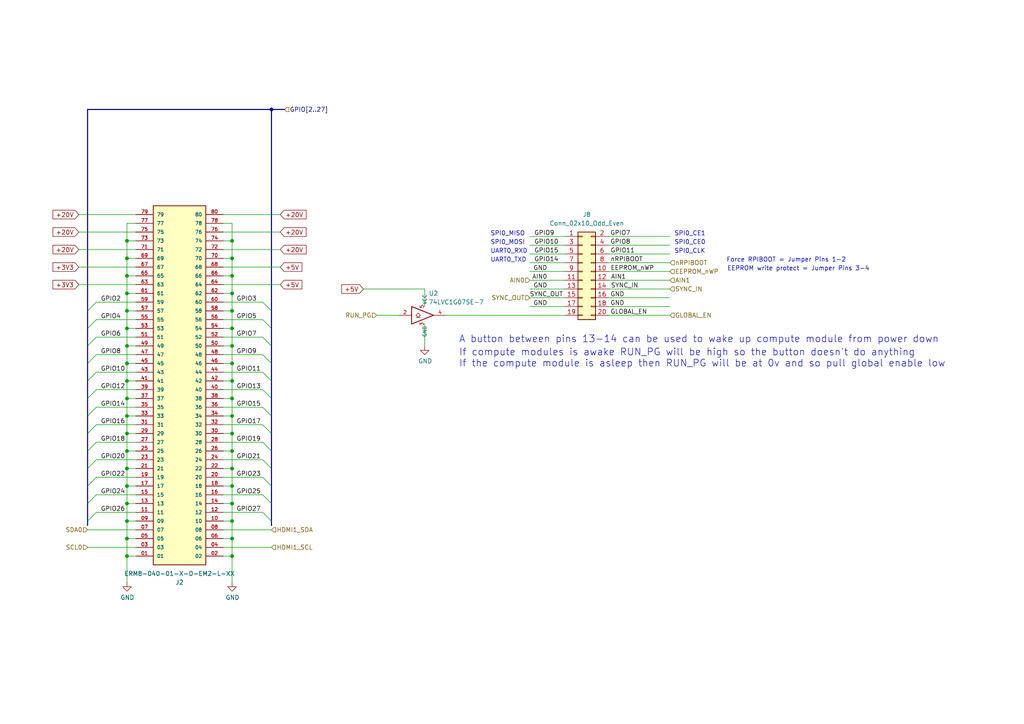
<source format=kicad_sch>
(kicad_sch (version 20230121) (generator eeschema)
  (paper "A4")
  (lib_symbols
    (symbol "CM4IO:74LVC1G07_copy"
      (property "Reference" "U" (at -2.54 3.81 0))
      (property "Value" "74LVC1G07_copy" (at 0 -3.81 0))
      (symbol "74LVC1G07_copy_0_1"
        (polyline (pts (xy -2.54 -0.635) (xy -1.27 -0.635)))
        (polyline (pts (xy -3.81 2.54) (xy -3.81 -2.54) (xy 2.54 0) (xy -3.81 2.54)) (stroke (width 0.254)))
        (polyline (pts (xy -1.905 0.635) (xy -2.54 0) (xy -1.905 -0.635) (xy -1.27 0) (xy -1.905 0.635)))
      )
      (symbol "74LVC1G07_copy_1_1"
        (pin input line (at -7.62 0 0) (length 3.81) (name "~") (number "2"))
        (pin power_in line (at 0 -2.54 270) (length 0) (name "GND") (number "3"))
        (pin open_collector line (at 6.35 0 180) (length 3.81) (name "~") (number "4"))
        (pin power_in line (at 0 2.54 90) (length 0) (name "VCC") (number "5"))
      )
    )
    (symbol "Connector_Generic:Conn_02x10_Odd_Even" (pin_names (offset 1.016) hide)
      (property "Reference" "J" (at 1.27 12.7 0))
      (property "Value" "Conn_02x10_Odd_Even" (at 1.27 -15.24 0))
      (symbol "Conn_02x10_Odd_Even_1_1"
        (rectangle (start -1.27 -12.573) (end 0 -12.827) (stroke (width 0.1524)))
        (rectangle (start -1.27 -10.033) (end 0 -10.287) (stroke (width 0.1524)))
        (rectangle (start -1.27 -7.493) (end 0 -7.747) (stroke (width 0.1524)))
        (rectangle (start -1.27 -4.953) (end 0 -5.207) (stroke (width 0.1524)))
        (rectangle (start -1.27 -2.413) (end 0 -2.667) (stroke (width 0.1524)))
        (rectangle (start -1.27 0.127) (end 0 -0.127) (stroke (width 0.1524)))
        (rectangle (start -1.27 2.667) (end 0 2.413) (stroke (width 0.1524)))
        (rectangle (start -1.27 5.207) (end 0 4.953) (stroke (width 0.1524)))
        (rectangle (start -1.27 7.747) (end 0 7.493) (stroke (width 0.1524)))
        (rectangle (start -1.27 10.287) (end 0 10.033) (stroke (width 0.1524)))
        (rectangle (start -1.27 11.43) (end 3.81 -13.97) (stroke (width 0.254)) (fill (type background)))
        (rectangle (start 3.81 -12.573) (end 2.54 -12.827) (stroke (width 0.1524)))
        (rectangle (start 3.81 -10.033) (end 2.54 -10.287) (stroke (width 0.1524)))
        (rectangle (start 3.81 -7.493) (end 2.54 -7.747) (stroke (width 0.1524)))
        (rectangle (start 3.81 -4.953) (end 2.54 -5.207) (stroke (width 0.1524)))
        (rectangle (start 3.81 -2.413) (end 2.54 -2.667) (stroke (width 0.1524)))
        (rectangle (start 3.81 0.127) (end 2.54 -0.127) (stroke (width 0.1524)))
        (rectangle (start 3.81 2.667) (end 2.54 2.413) (stroke (width 0.1524)))
        (rectangle (start 3.81 5.207) (end 2.54 4.953) (stroke (width 0.1524)))
        (rectangle (start 3.81 7.747) (end 2.54 7.493) (stroke (width 0.1524)))
        (rectangle (start 3.81 10.287) (end 2.54 10.033) (stroke (width 0.1524)))
        (pin passive line (at -5.08 10.16 0) (length 3.81) (name "Pin_1") (number "1"))
        (pin passive line (at 7.62 0 180) (length 3.81) (name "Pin_10") (number "10"))
        (pin passive line (at -5.08 -2.54 0) (length 3.81) (name "Pin_11") (number "11"))
        (pin passive line (at 7.62 -2.54 180) (length 3.81) (name "Pin_12") (number "12"))
        (pin passive line (at -5.08 -5.08 0) (length 3.81) (name "Pin_13") (number "13"))
        (pin passive line (at 7.62 -5.08 180) (length 3.81) (name "Pin_14") (number "14"))
        (pin passive line (at -5.08 -7.62 0) (length 3.81) (name "Pin_15") (number "15"))
        (pin passive line (at 7.62 -7.62 180) (length 3.81) (name "Pin_16") (number "16"))
        (pin passive line (at -5.08 -10.16 0) (length 3.81) (name "Pin_17") (number "17"))
        (pin passive line (at 7.62 -10.16 180) (length 3.81) (name "Pin_18") (number "18"))
        (pin passive line (at -5.08 -12.7 0) (length 3.81) (name "Pin_19") (number "19"))
        (pin passive line (at 7.62 10.16 180) (length 3.81) (name "Pin_2") (number "2"))
        (pin passive line (at 7.62 -12.7 180) (length 3.81) (name "Pin_20") (number "20"))
        (pin passive line (at -5.08 7.62 0) (length 3.81) (name "Pin_3") (number "3"))
        (pin passive line (at 7.62 7.62 180) (length 3.81) (name "Pin_4") (number "4"))
        (pin passive line (at -5.08 5.08 0) (length 3.81) (name "Pin_5") (number "5"))
        (pin passive line (at 7.62 5.08 180) (length 3.81) (name "Pin_6") (number "6"))
        (pin passive line (at -5.08 2.54 0) (length 3.81) (name "Pin_7") (number "7"))
        (pin passive line (at 7.62 2.54 180) (length 3.81) (name "Pin_8") (number "8"))
        (pin passive line (at -5.08 0 0) (length 3.81) (name "Pin_9") (number "9"))
      )
    )
    (symbol "ERM8-040-01-X-D-EM2-L-XX:ERM8-040-01-X-D-EM2-L-XX" (pin_names (offset 1.016))
      (property "Reference" "J" (at -7.62 51.308 0))
      (property "Value" "ERM8-040-01-X-D-EM2-L-XX" (at -7.62 -55.88 0))
      (symbol "ERM8-040-01-X-D-EM2-L-XX_0_0"
        (rectangle (start -7.62 -53.34) (end 7.62 50.8) (stroke (width 0.254)) (fill (type background)))
        (pin passive line (at -12.7 48.26 0) (length 5.08) (name "01") (number "01"))
        (pin passive line (at 12.7 48.26 180) (length 5.08) (name "02") (number "02"))
        (pin passive line (at -12.7 45.72 0) (length 5.08) (name "03") (number "03"))
        (pin passive line (at 12.7 45.72 180) (length 5.08) (name "04") (number "04"))
        (pin passive line (at -12.7 43.18 0) (length 5.08) (name "05") (number "05"))
        (pin passive line (at 12.7 43.18 180) (length 5.08) (name "06") (number "06"))
        (pin passive line (at -12.7 40.64 0) (length 5.08) (name "07") (number "07"))
        (pin passive line (at 12.7 40.64 180) (length 5.08) (name "08") (number "08"))
        (pin passive line (at -12.7 38.1 0) (length 5.08) (name "09") (number "09"))
        (pin passive line (at 12.7 38.1 180) (length 5.08) (name "10") (number "10"))
        (pin passive line (at -12.7 35.56 0) (length 5.08) (name "11") (number "11"))
        (pin passive line (at 12.7 35.56 180) (length 5.08) (name "12") (number "12"))
        (pin passive line (at -12.7 33.02 0) (length 5.08) (name "13") (number "13"))
        (pin passive line (at 12.7 33.02 180) (length 5.08) (name "14") (number "14"))
        (pin passive line (at -12.7 30.48 0) (length 5.08) (name "15") (number "15"))
        (pin passive line (at 12.7 30.48 180) (length 5.08) (name "16") (number "16"))
        (pin passive line (at -12.7 27.94 0) (length 5.08) (name "17") (number "17"))
        (pin passive line (at 12.7 27.94 180) (length 5.08) (name "18") (number "18"))
        (pin passive line (at -12.7 25.4 0) (length 5.08) (name "19") (number "19"))
        (pin passive line (at 12.7 25.4 180) (length 5.08) (name "20") (number "20"))
        (pin passive line (at -12.7 22.86 0) (length 5.08) (name "21") (number "21"))
        (pin passive line (at 12.7 22.86 180) (length 5.08) (name "22") (number "22"))
        (pin passive line (at -12.7 20.32 0) (length 5.08) (name "23") (number "23"))
        (pin passive line (at 12.7 20.32 180) (length 5.08) (name "24") (number "24"))
        (pin passive line (at -12.7 17.78 0) (length 5.08) (name "25") (number "25"))
        (pin passive line (at 12.7 17.78 180) (length 5.08) (name "26") (number "26"))
        (pin passive line (at -12.7 15.24 0) (length 5.08) (name "27") (number "27"))
        (pin passive line (at 12.7 15.24 180) (length 5.08) (name "28") (number "28"))
        (pin passive line (at -12.7 12.7 0) (length 5.08) (name "29") (number "29"))
        (pin passive line (at 12.7 12.7 180) (length 5.08) (name "30") (number "30"))
        (pin passive line (at -12.7 10.16 0) (length 5.08) (name "31") (number "31"))
        (pin passive line (at 12.7 10.16 180) (length 5.08) (name "32") (number "32"))
        (pin passive line (at -12.7 7.62 0) (length 5.08) (name "33") (number "33"))
        (pin passive line (at 12.7 7.62 180) (length 5.08) (name "34") (number "34"))
        (pin passive line (at -12.7 5.08 0) (length 5.08) (name "35") (number "35"))
        (pin passive line (at 12.7 5.08 180) (length 5.08) (name "36") (number "36"))
        (pin passive line (at -12.7 2.54 0) (length 5.08) (name "37") (number "37"))
        (pin passive line (at 12.7 2.54 180) (length 5.08) (name "38") (number "38"))
        (pin passive line (at -12.7 0 0) (length 5.08) (name "39") (number "39"))
        (pin passive line (at 12.7 0 180) (length 5.08) (name "40") (number "40"))
        (pin passive line (at -12.7 -2.54 0) (length 5.08) (name "41") (number "41"))
        (pin passive line (at 12.7 -2.54 180) (length 5.08) (name "42") (number "42"))
        (pin passive line (at -12.7 -5.08 0) (length 5.08) (name "43") (number "43"))
        (pin passive line (at 12.7 -5.08 180) (length 5.08) (name "44") (number "44"))
        (pin passive line (at -12.7 -7.62 0) (length 5.08) (name "45") (number "45"))
        (pin passive line (at 12.7 -7.62 180) (length 5.08) (name "46") (number "46"))
        (pin passive line (at -12.7 -10.16 0) (length 5.08) (name "47") (number "47"))
        (pin passive line (at 12.7 -10.16 180) (length 5.08) (name "48") (number "48"))
        (pin passive line (at -12.7 -12.7 0) (length 5.08) (name "49") (number "49"))
        (pin passive line (at 12.7 -12.7 180) (length 5.08) (name "50") (number "50"))
        (pin passive line (at -12.7 -15.24 0) (length 5.08) (name "51") (number "51"))
        (pin passive line (at 12.7 -15.24 180) (length 5.08) (name "52") (number "52"))
        (pin passive line (at -12.7 -17.78 0) (length 5.08) (name "53") (number "53"))
        (pin passive line (at 12.7 -17.78 180) (length 5.08) (name "54") (number "54"))
        (pin passive line (at -12.7 -20.32 0) (length 5.08) (name "55") (number "55"))
        (pin passive line (at 12.7 -20.32 180) (length 5.08) (name "56") (number "56"))
        (pin passive line (at -12.7 -22.86 0) (length 5.08) (name "57") (number "57"))
        (pin passive line (at 12.7 -22.86 180) (length 5.08) (name "58") (number "58"))
        (pin passive line (at -12.7 -25.4 0) (length 5.08) (name "59") (number "59"))
        (pin passive line (at 12.7 -25.4 180) (length 5.08) (name "60") (number "60"))
        (pin passive line (at -12.7 -27.94 0) (length 5.08) (name "61") (number "61"))
        (pin passive line (at 12.7 -27.94 180) (length 5.08) (name "62") (number "62"))
        (pin passive line (at -12.7 -30.48 0) (length 5.08) (name "63") (number "63"))
        (pin passive line (at 12.7 -30.48 180) (length 5.08) (name "64") (number "64"))
        (pin passive line (at -12.7 -33.02 0) (length 5.08) (name "65") (number "65"))
        (pin passive line (at 12.7 -33.02 180) (length 5.08) (name "66") (number "66"))
        (pin passive line (at -12.7 -35.56 0) (length 5.08) (name "67") (number "67"))
        (pin passive line (at 12.7 -35.56 180) (length 5.08) (name "68") (number "68"))
        (pin passive line (at -12.7 -38.1 0) (length 5.08) (name "69") (number "69"))
        (pin passive line (at 12.7 -38.1 180) (length 5.08) (name "70") (number "70"))
        (pin passive line (at -12.7 -40.64 0) (length 5.08) (name "71") (number "71"))
        (pin passive line (at 12.7 -40.64 180) (length 5.08) (name "72") (number "72"))
        (pin passive line (at -12.7 -43.18 0) (length 5.08) (name "73") (number "73"))
        (pin passive line (at 12.7 -43.18 180) (length 5.08) (name "74") (number "74"))
        (pin passive line (at -12.7 -45.72 0) (length 5.08) (name "75") (number "75"))
        (pin passive line (at 12.7 -45.72 180) (length 5.08) (name "76") (number "76"))
        (pin passive line (at -12.7 -48.26 0) (length 5.08) (name "77") (number "77"))
        (pin passive line (at 12.7 -48.26 180) (length 5.08) (name "78") (number "78"))
        (pin passive line (at -12.7 -50.8 0) (length 5.08) (name "79") (number "79"))
        (pin passive line (at 12.7 -50.8 180) (length 5.08) (name "80") (number "80"))
      )
    )
    (symbol "power:GND" (power) (pin_names (offset 0))
      (property "Value" "GND" (at 0 -3.81 0))
      (symbol "GND_0_1"
        (polyline (pts (xy 0 0) (xy 0 -1.27) (xy 1.27 -1.27) (xy 0 -2.54) (xy -1.27 -1.27) (xy 0 -1.27)))
      )
      (symbol "GND_1_1"
        (pin power_in line (at 0 0 270) (length 0) hide (name "GND") (number "1"))
      )
    )
  )
  (junction (at 67.31 140.97))
  (junction (at 36.83 80.01))
  (junction (at 36.83 105.41))
  (junction (at 36.83 161.29))
  (junction (at 67.31 146.05))
  (junction (at 67.31 85.09))
  (junction (at 67.31 105.41))
  (junction (at 36.83 69.85))
  (junction (at 36.83 100.33))
  (junction (at 67.31 120.65))
  (junction (at 36.83 130.81))
  (junction (at 67.31 130.81))
  (junction (at 36.83 85.09))
  (junction (at 36.83 135.89))
  (junction (at 67.31 95.25))
  (junction (at 36.83 120.65))
  (junction (at 67.31 115.57))
  (junction (at 36.83 95.25))
  (junction (at 36.83 156.21))
  (junction (at 67.31 156.21))
  (junction (at 67.31 74.93))
  (junction (at 36.83 110.49))
  (junction (at 36.83 125.73))
  (junction (at 67.31 161.29))
  (junction (at 67.31 90.17))
  (junction (at 36.83 140.97))
  (junction (at 67.31 125.73))
  (junction (at 36.83 74.93))
  (junction (at 36.83 146.05))
  (junction (at 78.74 31.75))
  (junction (at 67.31 80.01))
  (junction (at 67.31 110.49))
  (junction (at 36.83 151.13))
  (junction (at 67.31 100.33))
  (junction (at 36.83 115.57))
  (junction (at 67.31 151.13))
  (junction (at 67.31 69.85))
  (junction (at 36.83 90.17))
  (junction (at 67.31 135.89))
  (bus_entry (at 76.2 133.35) (size 2.54 2.54))
  (bus_entry (at 25.4 105.41) (size 2.54 -2.54))
  (bus_entry (at 25.4 95.25) (size 2.54 -2.54))
  (bus_entry (at 76.2 97.79) (size 2.54 2.54))
  (bus_entry (at 25.4 135.89) (size 2.54 -2.54))
  (bus_entry (at 76.2 102.87) (size 2.54 2.54))
  (bus_entry (at 76.2 118.11) (size 2.54 2.54))
  (bus_entry (at 25.4 115.57) (size 2.54 -2.54))
  (bus_entry (at 25.4 146.05) (size 2.54 -2.54))
  (bus_entry (at 25.4 100.33) (size 2.54 -2.54))
  (bus_entry (at 25.4 140.97) (size 2.54 -2.54))
  (bus_entry (at 25.4 110.49) (size 2.54 -2.54))
  (bus_entry (at 76.2 87.63) (size 2.54 2.54))
  (bus_entry (at 76.2 107.95) (size 2.54 2.54))
  (bus_entry (at 25.4 120.65) (size 2.54 -2.54))
  (bus_entry (at 76.2 128.27) (size 2.54 2.54))
  (bus_entry (at 76.2 113.03) (size 2.54 2.54))
  (bus_entry (at 76.2 123.19) (size 2.54 2.54))
  (bus_entry (at 76.2 143.51) (size 2.54 2.54))
  (bus_entry (at 76.2 138.43) (size 2.54 2.54))
  (bus_entry (at 25.4 130.81) (size 2.54 -2.54))
  (bus_entry (at 25.4 125.73) (size 2.54 -2.54))
  (bus_entry (at 76.2 92.71) (size 2.54 2.54))
  (bus_entry (at 25.4 151.13) (size 2.54 -2.54))
  (bus_entry (at 25.4 90.17) (size 2.54 -2.54))
  (bus_entry (at 76.2 148.59) (size 2.54 2.54))
  (wire (pts (xy 67.31 90.17) (xy 67.31 95.25)))
  (wire (pts (xy 64.77 69.85) (xy 67.31 69.85)))
  (wire (pts (xy 22.86 67.31) (xy 39.37 67.31)))
  (bus (pts (xy 25.4 130.81) (xy 25.4 125.73)))
  (bus (pts (xy 25.4 151.13) (xy 25.4 146.05)))
  (wire (pts (xy 36.83 115.57) (xy 36.83 110.49)))
  (wire (pts (xy 36.83 100.33) (xy 39.37 100.33)))
  (bus (pts (xy 78.74 105.41) (xy 78.74 110.49)))
  (wire (pts (xy 36.83 161.29) (xy 36.83 168.91)))
  (wire (pts (xy 123.19 83.82) (xy 123.19 88.9)))
  (wire (pts (xy 176.53 73.66) (xy 194.31 73.66)))
  (wire (pts (xy 64.77 156.21) (xy 67.31 156.21)))
  (wire (pts (xy 64.77 102.87) (xy 76.2 102.87)))
  (wire (pts (xy 36.83 135.89) (xy 39.37 135.89)))
  (wire (pts (xy 64.77 143.51) (xy 76.2 143.51)))
  (wire (pts (xy 64.77 118.11) (xy 76.2 118.11)))
  (wire (pts (xy 27.94 128.27) (xy 39.37 128.27)))
  (bus (pts (xy 78.74 135.89) (xy 78.74 140.97)))
  (wire (pts (xy 36.83 130.81) (xy 39.37 130.81)))
  (wire (pts (xy 25.4 158.75) (xy 39.37 158.75)))
  (wire (pts (xy 64.77 64.77) (xy 67.31 64.77)))
  (wire (pts (xy 67.31 146.05) (xy 67.31 151.13)))
  (bus (pts (xy 78.74 146.05) (xy 78.74 151.13)))
  (wire (pts (xy 36.83 100.33) (xy 36.83 95.25)))
  (wire (pts (xy 64.77 120.65) (xy 67.31 120.65)))
  (wire (pts (xy 176.53 83.82) (xy 194.31 83.82)))
  (wire (pts (xy 36.83 90.17) (xy 39.37 90.17)))
  (wire (pts (xy 27.94 92.71) (xy 39.37 92.71)))
  (wire (pts (xy 64.77 138.43) (xy 76.2 138.43)))
  (wire (pts (xy 36.83 90.17) (xy 36.83 85.09)))
  (wire (pts (xy 153.67 78.74) (xy 163.83 78.74)))
  (wire (pts (xy 67.31 95.25) (xy 67.31 100.33)))
  (wire (pts (xy 153.67 71.12) (xy 163.83 71.12)))
  (bus (pts (xy 25.4 105.41) (xy 25.4 100.33)))
  (wire (pts (xy 36.83 151.13) (xy 39.37 151.13)))
  (bus (pts (xy 25.4 95.25) (xy 25.4 90.17)))
  (wire (pts (xy 64.77 87.63) (xy 76.2 87.63)))
  (wire (pts (xy 67.31 74.93) (xy 67.31 80.01)))
  (wire (pts (xy 64.77 100.33) (xy 67.31 100.33)))
  (wire (pts (xy 67.31 64.77) (xy 67.31 69.85)))
  (wire (pts (xy 64.77 105.41) (xy 67.31 105.41)))
  (bus (pts (xy 25.4 135.89) (xy 25.4 130.81)))
  (bus (pts (xy 78.74 115.57) (xy 78.74 120.65)))
  (wire (pts (xy 67.31 80.01) (xy 67.31 85.09)))
  (wire (pts (xy 27.94 97.79) (xy 39.37 97.79)))
  (wire (pts (xy 153.67 68.58) (xy 163.83 68.58)))
  (wire (pts (xy 36.83 74.93) (xy 39.37 74.93)))
  (wire (pts (xy 67.31 161.29) (xy 67.31 168.91)))
  (wire (pts (xy 64.77 140.97) (xy 67.31 140.97)))
  (bus (pts (xy 25.4 115.57) (xy 25.4 110.49)))
  (wire (pts (xy 67.31 146.05) (xy 67.31 140.97)))
  (wire (pts (xy 176.53 68.58) (xy 194.31 68.58)))
  (wire (pts (xy 153.67 81.28) (xy 163.83 81.28)))
  (wire (pts (xy 67.31 130.81) (xy 67.31 125.73)))
  (wire (pts (xy 64.77 161.29) (xy 67.31 161.29)))
  (wire (pts (xy 36.83 85.09) (xy 36.83 80.01)))
  (wire (pts (xy 64.77 107.95) (xy 76.2 107.95)))
  (wire (pts (xy 22.86 62.23) (xy 39.37 62.23)))
  (wire (pts (xy 67.31 85.09) (xy 67.31 90.17)))
  (wire (pts (xy 64.77 110.49) (xy 67.31 110.49)))
  (wire (pts (xy 27.94 107.95) (xy 39.37 107.95)))
  (wire (pts (xy 64.77 77.47) (xy 81.28 77.47)))
  (wire (pts (xy 36.83 69.85) (xy 39.37 69.85)))
  (wire (pts (xy 36.83 85.09) (xy 39.37 85.09)))
  (wire (pts (xy 36.83 115.57) (xy 39.37 115.57)))
  (wire (pts (xy 176.53 78.74) (xy 194.31 78.74)))
  (wire (pts (xy 36.83 156.21) (xy 36.83 151.13)))
  (bus (pts (xy 25.4 146.05) (xy 25.4 140.97)))
  (wire (pts (xy 153.67 88.9) (xy 163.83 88.9)))
  (wire (pts (xy 105.41 83.82) (xy 123.19 83.82)))
  (bus (pts (xy 78.74 140.97) (xy 78.74 146.05)))
  (wire (pts (xy 36.83 95.25) (xy 39.37 95.25)))
  (bus (pts (xy 25.4 31.75) (xy 78.74 31.75)))
  (wire (pts (xy 64.77 62.23) (xy 81.28 62.23)))
  (wire (pts (xy 64.77 125.73) (xy 67.31 125.73)))
  (wire (pts (xy 64.77 97.79) (xy 76.2 97.79)))
  (wire (pts (xy 64.77 74.93) (xy 67.31 74.93)))
  (bus (pts (xy 78.74 151.13) (xy 78.74 152.4)))
  (wire (pts (xy 64.77 123.19) (xy 76.2 123.19)))
  (wire (pts (xy 36.83 135.89) (xy 36.83 130.81)))
  (wire (pts (xy 153.416 86.36) (xy 163.83 86.36)))
  (wire (pts (xy 67.31 120.65) (xy 67.31 125.73)))
  (wire (pts (xy 64.77 113.03) (xy 76.2 113.03)))
  (wire (pts (xy 36.83 140.97) (xy 39.37 140.97)))
  (wire (pts (xy 67.31 110.49) (xy 67.31 105.41)))
  (bus (pts (xy 78.74 130.81) (xy 78.74 135.89)))
  (wire (pts (xy 36.83 125.73) (xy 36.83 120.65)))
  (bus (pts (xy 78.74 120.65) (xy 78.74 125.73)))
  (bus (pts (xy 25.4 120.65) (xy 25.4 115.57)))
  (wire (pts (xy 176.53 76.2) (xy 194.31 76.2)))
  (wire (pts (xy 36.83 140.97) (xy 36.83 135.89)))
  (bus (pts (xy 78.74 125.73) (xy 78.74 130.81)))
  (wire (pts (xy 67.31 115.57) (xy 67.31 110.49)))
  (wire (pts (xy 36.83 156.21) (xy 39.37 156.21)))
  (wire (pts (xy 64.77 153.67) (xy 78.74 153.67)))
  (wire (pts (xy 36.83 161.29) (xy 39.37 161.29)))
  (wire (pts (xy 27.94 138.43) (xy 39.37 138.43)))
  (wire (pts (xy 67.31 161.29) (xy 67.31 156.21)))
  (wire (pts (xy 67.31 69.85) (xy 67.31 74.93)))
  (wire (pts (xy 36.83 130.81) (xy 36.83 125.73)))
  (wire (pts (xy 176.53 88.9) (xy 194.31 88.9)))
  (bus (pts (xy 78.74 31.75) (xy 82.55 31.75)))
  (wire (pts (xy 64.77 90.17) (xy 67.31 90.17)))
  (bus (pts (xy 78.74 95.25) (xy 78.74 100.33)))
  (wire (pts (xy 176.53 71.12) (xy 194.31 71.12)))
  (wire (pts (xy 64.77 72.39) (xy 81.28 72.39)))
  (bus (pts (xy 25.4 31.75) (xy 25.4 90.17)))
  (wire (pts (xy 36.83 146.05) (xy 39.37 146.05)))
  (bus (pts (xy 78.74 31.75) (xy 78.74 90.17)))
  (bus (pts (xy 25.4 110.49) (xy 25.4 105.41)))
  (wire (pts (xy 36.83 105.41) (xy 39.37 105.41)))
  (wire (pts (xy 36.83 69.85) (xy 36.83 64.77)))
  (wire (pts (xy 27.94 123.19) (xy 39.37 123.19)))
  (wire (pts (xy 64.77 67.31) (xy 81.28 67.31)))
  (wire (pts (xy 64.77 146.05) (xy 67.31 146.05)))
  (bus (pts (xy 78.74 110.49) (xy 78.74 115.57)))
  (wire (pts (xy 36.83 146.05) (xy 36.83 140.97)))
  (bus (pts (xy 25.4 151.13) (xy 25.4 152.4)))
  (bus (pts (xy 78.74 90.17) (xy 78.74 95.25)))
  (wire (pts (xy 22.86 77.47) (xy 39.37 77.47)))
  (bus (pts (xy 78.74 100.33) (xy 78.74 105.41)))
  (wire (pts (xy 67.31 85.09) (xy 64.77 85.09)))
  (wire (pts (xy 153.67 73.66) (xy 163.83 73.66)))
  (bus (pts (xy 25.4 100.33) (xy 25.4 95.25)))
  (wire (pts (xy 36.83 161.29) (xy 36.83 156.21)))
  (wire (pts (xy 64.77 135.89) (xy 67.31 135.89)))
  (wire (pts (xy 64.77 151.13) (xy 67.31 151.13)))
  (wire (pts (xy 36.83 105.41) (xy 36.83 100.33)))
  (wire (pts (xy 36.83 64.77) (xy 39.37 64.77)))
  (wire (pts (xy 36.83 110.49) (xy 36.83 105.41)))
  (wire (pts (xy 176.53 81.28) (xy 194.31 81.28)))
  (wire (pts (xy 22.86 72.39) (xy 39.37 72.39)))
  (wire (pts (xy 36.83 110.49) (xy 39.37 110.49)))
  (wire (pts (xy 64.77 82.55) (xy 81.28 82.55)))
  (wire (pts (xy 64.77 128.27) (xy 76.2 128.27)))
  (wire (pts (xy 64.77 133.35) (xy 76.2 133.35)))
  (bus (pts (xy 25.4 125.73) (xy 25.4 120.65)))
  (wire (pts (xy 36.83 74.93) (xy 36.83 69.85)))
  (wire (pts (xy 27.94 87.63) (xy 39.37 87.63)))
  (wire (pts (xy 36.83 120.65) (xy 36.83 115.57)))
  (wire (pts (xy 64.77 148.59) (xy 76.2 148.59)))
  (wire (pts (xy 67.31 100.33) (xy 67.31 105.41)))
  (wire (pts (xy 27.94 143.51) (xy 39.37 143.51)))
  (wire (pts (xy 27.94 113.03) (xy 39.37 113.03)))
  (wire (pts (xy 27.94 133.35) (xy 39.37 133.35)))
  (wire (pts (xy 27.94 148.59) (xy 39.37 148.59)))
  (wire (pts (xy 64.77 130.81) (xy 67.31 130.81)))
  (bus (pts (xy 25.4 140.97) (xy 25.4 135.89)))
  (wire (pts (xy 129.54 91.44) (xy 163.83 91.44)))
  (wire (pts (xy 64.77 95.25) (xy 67.31 95.25)))
  (wire (pts (xy 67.31 135.89) (xy 67.31 130.81)))
  (wire (pts (xy 109.22 91.44) (xy 115.57 91.44)))
  (wire (pts (xy 176.53 91.44) (xy 194.31 91.44)))
  (wire (pts (xy 27.94 118.11) (xy 39.37 118.11)))
  (wire (pts (xy 36.83 151.13) (xy 36.83 146.05)))
  (wire (pts (xy 64.77 92.71) (xy 76.2 92.71)))
  (wire (pts (xy 36.83 125.73) (xy 39.37 125.73)))
  (wire (pts (xy 22.86 82.55) (xy 39.37 82.55)))
  (wire (pts (xy 176.53 86.36) (xy 194.31 86.36)))
  (wire (pts (xy 67.31 156.21) (xy 67.31 151.13)))
  (wire (pts (xy 27.94 102.87) (xy 39.37 102.87)))
  (wire (pts (xy 67.31 135.89) (xy 67.31 140.97)))
  (wire (pts (xy 36.83 80.01) (xy 36.83 74.93)))
  (wire (pts (xy 153.67 83.82) (xy 163.83 83.82)))
  (wire (pts (xy 64.77 115.57) (xy 67.31 115.57)))
  (wire (pts (xy 64.77 80.01) (xy 67.31 80.01)))
  (wire (pts (xy 36.83 120.65) (xy 39.37 120.65)))
  (wire (pts (xy 64.77 158.75) (xy 78.74 158.75)))
  (wire (pts (xy 123.19 93.98) (xy 123.19 100.33)))
  (wire (pts (xy 36.83 80.01) (xy 39.37 80.01)))
  (wire (pts (xy 36.83 95.25) (xy 36.83 90.17)))
  (wire (pts (xy 25.4 153.67) (xy 39.37 153.67)))
  (wire (pts (xy 153.67 76.2) (xy 163.83 76.2)))
  (wire (pts (xy 67.31 115.57) (xy 67.31 120.65)))
  (text "SPI0_CE0" (at 195.58 71.12 0) (effects (font (size 1.27 1.27)) (justify left bottom)))
  (text "SPI0_MISO" (at 142.24 68.58 0) (effects (font (size 1.27 1.27)) (justify left bottom)))
  (text "SPI0_CLK" (at 195.58 73.66 0) (effects (font (size 1.27 1.27)) (justify left bottom)))
  (text "UART0_TXD" (at 142.24 76.2 0) (effects (font (size 1.27 1.27)) (justify left bottom)))
  (text "EEPROM write protect = Jumper Pins 3-4\n\n" (at 252.222 80.772 0) (effects (font (size 1.27 1.27)) (justify right bottom)))
  (text "If compute modules is awake RUN_PG will be high so the button doesn't do anything\nIf the compute module is asleep then RUN_PG will be at 0v and so pull global enable low" (at 133.096 106.68 0) (effects (font (size 2.007 2.007)) (justify left bottom)))
  (text "UART0_RXD" (at 142.24 73.66 0) (effects (font (size 1.27 1.27)) (justify left bottom)))
  (text "SPI0_MOSI" (at 142.24 71.12 0) (effects (font (size 1.27 1.27)) (justify left bottom)))
  (text "SPI0_CE1" (at 195.58 68.58 0) (effects (font (size 1.27 1.27)) (justify left bottom)))
  (text "Force RPIBOOT = Jumper Pins 1-2 \n" (at 246.38 76.2 0) (effects (font (size 1.27 1.27)) (justify right bottom)))
  (text "A button between pins 13-14 can be used to wake up compute module from power down\n\n" (at 133.096 102.87 0) (effects (font (size 2.007 2.007)) (justify left bottom)))
  (label "GPIO26" (at 29.21 148.59 0))
  (label "AIN0" (at 158.75 81.28 180))
  (label "GND" (at 181.102 86.36 180))
  (label "GPIO24" (at 29.21 143.51 0))
  (label "GPIO2" (at 29.21 87.63 0))
  (label "GPIO13" (at 68.58 113.03 0))
  (label "GPIO10" (at 29.21 107.95 0))
  (label "GPIO7" (at 68.58 97.79 0))
  (label "GPIO16" (at 29.21 123.19 0))
  (label "GPIO9" (at 68.58 102.87 0))
  (label "AIN1" (at 181.61 81.28 180))
  (label "GPIO6" (at 29.21 97.79 0))
  (label "GLOBAL_EN" (at 187.706 91.44 180))
  (label "GPIO23" (at 68.58 138.43 0))
  (label "GPIO19" (at 68.58 128.27 0))
  (label "GPIO17" (at 68.58 123.19 0))
  (label "GPIO15" (at 154.94 73.66 0))
  (label "GND" (at 158.75 78.74 180))
  (label "GPIO8" (at 29.21 102.87 0))
  (label "GPIO14" (at 29.21 118.11 0))
  (label "GPIO11" (at 68.58 107.95 0))
  (label "GPIO11" (at 184.15 73.66 180))
  (label "GPIO9" (at 154.94 68.58 0))
  (label "GPIO22" (at 29.21 138.43 0))
  (label "GPIO5" (at 68.58 92.71 0))
  (label "GPIO21" (at 68.58 133.35 0))
  (label "GPIO4" (at 29.21 92.71 0))
  (label "GPIO15" (at 68.58 118.11 0))
  (label "GPIO20" (at 29.21 133.35 0))
  (label "SYNC_OUT" (at 163.322 86.36 180))
  (label "GPIO27" (at 68.58 148.59 0))
  (label "SYNC_IN" (at 185.166 83.82 180))
  (label "GND" (at 181.102 88.9 180))
  (label "EEPROM_nWP" (at 189.738 78.74 180))
  (label "GPIO7" (at 182.88 68.58 180))
  (label "GPIO3" (at 68.58 87.63 0))
  (label "GPIO25" (at 68.58 143.51 0))
  (label "GND" (at 158.75 88.9 180))
  (label "GND" (at 158.75 83.82 180))
  (label "nRPIBOOT" (at 186.436 76.2 180))
  (label "GPIO12" (at 29.21 113.03 0))
  (label "GPIO10" (at 154.94 71.12 0))
  (label "GPIO18" (at 29.21 128.27 0))
  (label "GPIO8" (at 182.88 71.12 180))
  (label "GPIO14" (at 154.94 76.2 0))
  (global_label "+20V" (shape input) (at 22.86 62.23 180) (property "Intersheetrefs" "${INTERSHEET_REFS}" (effects hide)))
  (global_label "+20V" (shape input) (at 81.28 62.23 0) (property "Intersheetrefs" "${INTERSHEET_REFS}" (effects hide)))
  (global_label "+3V3" (shape input) (at 22.86 77.47 180) (property "Intersheetrefs" "${INTERSHEET_REFS}" (effects hide)))
  (global_label "+5V" (shape input) (at 81.28 77.47 0) (property "Intersheetrefs" "${INTERSHEET_REFS}" (effects hide)))
  (global_label "+3V3" (shape input) (at 22.86 82.55 180) (property "Intersheetrefs" "${INTERSHEET_REFS}" (effects hide)))
  (global_label "+5V" (shape input) (at 81.28 82.55 0) (property "Intersheetrefs" "${INTERSHEET_REFS}" (effects hide)))
  (global_label "+20V" (shape input) (at 22.86 72.39 180) (property "Intersheetrefs" "${INTERSHEET_REFS}" (effects hide)))
  (global_label "+20V" (shape input) (at 22.86 67.31 180) (property "Intersheetrefs" "${INTERSHEET_REFS}" (effects hide)))
  (global_label "+20V" (shape input) (at 81.28 67.31 0) (property "Intersheetrefs" "${INTERSHEET_REFS}" (effects hide)))
  (global_label "+5V" (shape input) (at 105.41 83.82 180) (property "Intersheetrefs" "${INTERSHEET_REFS}" (effects hide)))
  (global_label "+20V" (shape input) (at 81.28 72.39 0) (property "Intersheetrefs" "${INTERSHEET_REFS}" (effects hide)))
  (hierarchical_label "AIN0" (shape input) (at 153.67 81.28 180))
  (hierarchical_label "HDMI1_SCL" (shape input) (at 78.74 158.75 0))
  (hierarchical_label "GPIO[2..27]" (shape input) (at 82.55 31.75 0))
  (hierarchical_label "SCL0" (shape input) (at 25.4 158.75 180))
  (hierarchical_label "SYNC_IN" (shape input) (at 194.31 83.82 0))
  (hierarchical_label "SDA0" (shape input) (at 25.4 153.67 180))
  (hierarchical_label "EEPROM_nWP" (shape input) (at 194.31 78.74 0))
  (hierarchical_label "AIN1" (shape input) (at 194.31 81.28 0))
  (hierarchical_label "SYNC_OUT" (shape input) (at 153.67 86.36 180))
  (hierarchical_label "GLOBAL_EN" (shape input) (at 194.31 91.44 0))
  (hierarchical_label "HDMI1_SDA" (shape input) (at 78.74 153.67 0))
  (hierarchical_label "RUN_PG" (shape input) (at 109.22 91.44 180))
  (hierarchical_label "nRPIBOOT" (shape input) (at 194.31 76.2 0))
  (symbol (lib_id "Connector_Generic:Conn_02x10_Odd_Even") (at 168.91 78.74 0) (unit 1)
    (property "Reference" "J8" (at 170.18 62.23 0))
    (property "Value" "Conn_02x10_Odd_Even" (at 170.18 64.77 0))
    (property "Footprint" "Connector_IDC:IDC-Header_2x10_P2.54mm_Vertical" (effects hide))
  )
  (symbol (lib_id "CM4IO:74LVC1G07_copy") (at 123.19 91.44 0) (unit 1)
    (property "Reference" "U2" (at 125.73 85.09 0))
    (property "Value" "74LVC1G07SE-7" (at 132.334 87.63 0))
    (property "Footprint" "Package_TO_SOT_SMD:SOT-353_SC-70-5" (effects hide))
    (property "Datasheet" "https://www.diodes.com/assets/Datasheets/74LVC1G07.pdf" (effects hide))
    (property "Field4" "Farnell" (effects hide))
    (property "Field5" "2425492" (effects hide))
    (property "Field6" "74LVC1G07SE-7" (effects hide))
    (property "Field7" "Diodes" (effects hide))
    (property "Part Description" "Buffer, Non-Inverting 1 Element 1 Bit per Element Open Drain Output SOT-353" (effects hide))
    (instances (project "rpi-cm4-base-carrier" (path "" (reference "U2") (unit 1))) (project "CM4IOv5" (path "" (reference "U9") (unit 1))))
  )
  (symbol (lib_id "power:GND") (at 36.83 168.91 0) (unit 1)
    (property "Reference" "#PWR022" (effects hide))
    (property "Value" "GND" (at 36.957 173.3042 0))
    (instances (project "rpi-cm4-base-carrier" (path "" (reference "#PWR022") (unit 1)) (path "" (reference "#PWR056") (unit 1))) (project "CM4IOv5" (path "" (reference "#PWR0108") (unit 1))))
  )
  (symbol (lib_id "ERM8-040-01-X-D-EM2-L-XX:ERM8-040-01-X-D-EM2-L-XX") (at 52.07 113.03 0) (mirror x) (unit 1)
    (property "Reference" "J2" (at 52.07 168.91 0))
    (property "Value" "ERM8-040-01-X-D-EM2-L-XX" (at 52.07 166.37 0))
    (property "Footprint" "ERM8-040-01-L-D-EM2-L-TR:SAMTEC_ERM8-040-01-X-D-EM2-L-XX" (effects hide))
    (property "PARTREV" "F" (effects hide))
    (property "MANUFACTURER" "Samtec" (effects hide))
    (property "MAXIMUM_PACKAGE_HEIGHT" "2.8 mm" (effects hide))
    (property "STANDARD" "Manufacturer Recommendations" (effects hide))
  )
  (symbol (lib_id "power:GND") (at 67.31 168.91 0) (unit 1)
    (property "Reference" "#PWR022" (effects hide))
    (property "Value" "GND" (at 67.437 173.3042 0))
    (instances (project "rpi-cm4-base-carrier" (path "" (reference "#PWR022") (unit 1)) (path "" (reference "#PWR012") (unit 1))) (project "CM4IOv5" (path "" (reference "#PWR0108") (unit 1))))
  )
  (symbol (lib_id "power:GND") (at 123.19 100.33 0) (unit 1)
    (property "Reference" "#PWR057" (effects hide))
    (property "Value" "GND" (at 123.317 104.7242 0))
    (instances (project "rpi-cm4-base-carrier" (path "" (reference "#PWR057") (unit 1))) (project "CM4IOv5" (path "" (reference "#PWR027") (unit 1))))
  )
)
</source>
